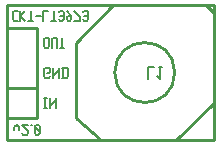
<source format=gbr>
G04 start of page 8 for group -4078 idx -4078 *
G04 Title: (unknown), bottomsilk *
G04 Creator: pcb 20110918 *
G04 CreationDate: Tue 09 Apr 2013 04:13:52 PM GMT UTC *
G04 For: railfan *
G04 Format: Gerber/RS-274X *
G04 PCB-Dimensions: 70000 46000 *
G04 PCB-Coordinate-Origin: lower left *
%MOIN*%
%FSLAX25Y25*%
%LNBOTTOMSILK*%
%ADD40C,0.0080*%
%ADD39C,0.0100*%
G54D39*X69500Y45500D02*X500D01*
Y500D02*X69500D01*
Y45500D01*
X500D02*Y500D01*
G54D40*X2900Y43500D02*X4100D01*
X2500Y43100D02*X2900Y43500D01*
X2500Y40700D02*Y43100D01*
Y40700D02*X2900Y40300D01*
X4100D01*
X5060D02*Y43500D01*
Y41900D02*X6660Y40300D01*
X5060Y41900D02*X6660Y43500D01*
X7620Y40300D02*X9220D01*
X8420D02*Y43500D01*
X10180Y41900D02*X11780D01*
X12740Y40300D02*Y43500D01*
X14340D01*
X15300Y40300D02*X16900D01*
X16100D02*Y43500D01*
X17860Y40700D02*X18260Y40300D01*
X19060D01*
X19460Y40700D01*
Y43100D01*
X19060Y43500D02*X19460Y43100D01*
X18260Y43500D02*X19060D01*
X17860Y43100D02*X18260Y43500D01*
Y41900D02*X19460D01*
X20420Y43500D02*X22020Y41900D01*
Y40700D02*Y41900D01*
X21620Y40300D02*X22020Y40700D01*
X20820Y40300D02*X21620D01*
X20420Y40700D02*X20820Y40300D01*
X20420Y40700D02*Y41500D01*
X20820Y41900D01*
X22020D01*
X22980Y43500D02*X24980Y41500D01*
Y40300D02*Y41500D01*
X22980Y40300D02*X24980D01*
X25940Y40700D02*X26340Y40300D01*
X27140D01*
X27540Y40700D01*
Y43100D01*
X27140Y43500D02*X27540Y43100D01*
X26340Y43500D02*X27140D01*
X25940Y43100D02*X26340Y43500D01*
Y41900D02*X27540D01*
X3000Y3900D02*Y4700D01*
X3800Y5500D01*
X4600Y4700D01*
Y3900D02*Y4700D01*
X5560Y2700D02*X5960Y2300D01*
X7160D01*
X7560Y2700D01*
Y3500D01*
X5560Y5500D02*X7560Y3500D01*
X5560Y5500D02*X7560D01*
X8520D02*X8920D01*
X9880Y5100D02*X10280Y5500D01*
X9880Y2700D02*Y5100D01*
Y2700D02*X10280Y2300D01*
X11080D01*
X11480Y2700D01*
Y5100D01*
X11080Y5500D02*X11480Y5100D01*
X10280Y5500D02*X11080D01*
X9880Y4700D02*X11480Y3100D01*
X14600Y21300D02*X15000Y21700D01*
X13400Y21300D02*X14600D01*
X13000Y21700D02*X13400Y21300D01*
X13000Y21700D02*Y24100D01*
X13400Y24500D01*
X14600D01*
X15000Y24100D01*
Y23300D02*Y24100D01*
X14600Y22900D02*X15000Y23300D01*
X13800Y22900D02*X14600D01*
X15960Y21300D02*Y24500D01*
Y21300D02*Y21700D01*
X17960Y23700D01*
Y21300D02*Y24500D01*
X19320Y21300D02*Y24500D01*
X20520Y21300D02*X20920Y21700D01*
Y24100D01*
X20520Y24500D02*X20920Y24100D01*
X18920Y24500D02*X20520D01*
X18920Y21300D02*X20520D01*
X13000Y11300D02*X13800D01*
X13400D02*Y14500D01*
X13000D02*X13800D01*
X14760Y11300D02*Y14500D01*
Y11300D02*Y11700D01*
X16760Y13700D01*
Y11300D02*Y14500D01*
X13000Y31700D02*Y34100D01*
Y31700D02*X13400Y31300D01*
X14200D01*
X14600Y31700D01*
Y34100D01*
X14200Y34500D02*X14600Y34100D01*
X13400Y34500D02*X14200D01*
X13000Y34100D02*X13400Y34500D01*
X15560Y31300D02*Y34100D01*
X15960Y34500D01*
X16760D01*
X17160Y34100D01*
Y31300D02*Y34100D01*
X18120Y31300D02*X19720D01*
X18920D02*Y34500D01*
G54D39*X23500Y8000D02*X32000Y500D01*
X23500Y33000D02*Y8000D01*
X36000Y45500D02*X23500Y33000D01*
X69500Y43000D02*X67000Y45500D01*
X69500Y43000D02*Y13000D01*
X57000Y500D02*X69500Y13000D01*
X36500Y23000D02*G75*G03X36500Y23000I10000J0D01*G01*
X10500Y18000D02*Y8000D01*
X500Y18000D02*X10500D01*
X500Y8000D02*X10500D01*
Y38000D02*Y8000D01*
X500Y38000D02*X10500D01*
X500D02*Y8000D01*
G54D40*X47500Y21000D02*Y25000D01*
X49500D01*
X51200D02*X52200D01*
X51700Y21000D02*Y25000D01*
X50700Y22000D02*X51700Y21000D01*
M02*

</source>
